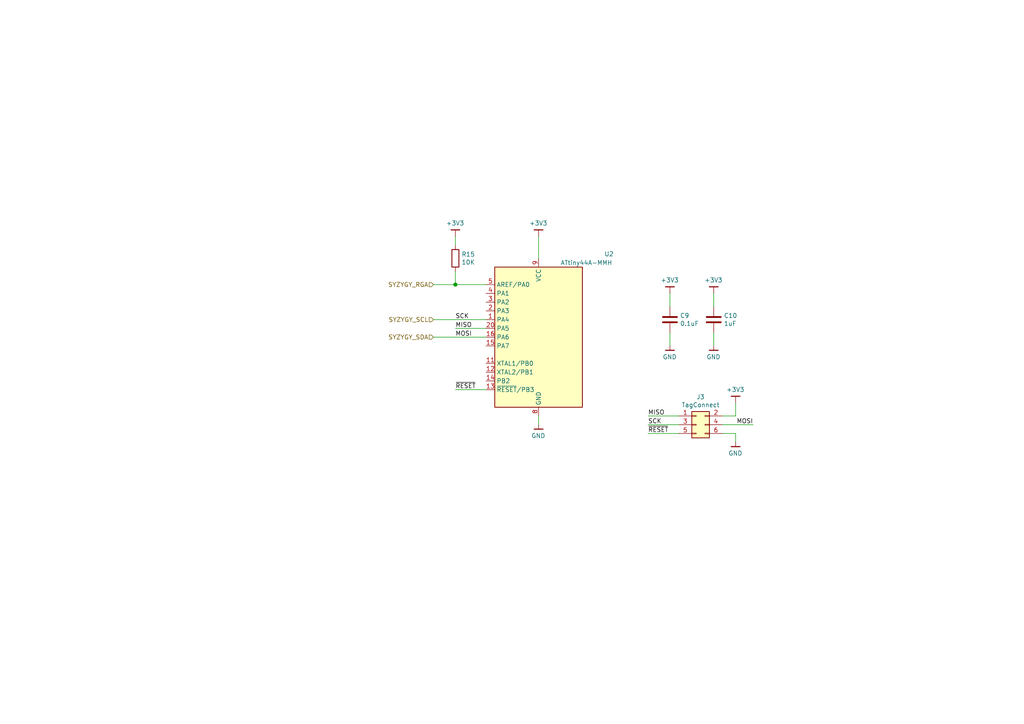
<source format=kicad_sch>
(kicad_sch (version 20230121) (generator eeschema)
  (paper "A4")
  (title_block (title "SYZYGY PMOD Breakout") (date "2020-12-16") (rev "r1.0") (company "GsD - @gregdavill") (comment 1 "SYZYGY Pod"))
  (lib_symbols
    (symbol "Connector_Generic:Conn_02x03_Odd_Even" (pin_names hide)
      (property "Reference" "J" (at 1.27 5.08 0))
      (property "Value" "Conn_02x03_Odd_Even" (at 1.27 -5.08 0))
      (symbol "Conn_02x03_Odd_Even_1_1"
        (rectangle (start -1.27 -2.413) (end 0 -2.667))
        (rectangle (start -1.27 0.127) (end 0 -0.127))
        (rectangle (start -1.27 2.667) (end 0 2.413))
        (rectangle (start -1.27 3.81) (end 3.81 -3.81) (stroke (width 0.254)) (fill (type background)))
        (rectangle (start 3.81 -2.413) (end 2.54 -2.667))
        (rectangle (start 3.81 0.127) (end 2.54 -0.127))
        (rectangle (start 3.81 2.667) (end 2.54 2.413))
        (pin passive line (at -5.08 2.54 0) (length 3.81) (name "Pin_1") (number "1"))
        (pin passive line (at 7.62 2.54 180) (length 3.81) (name "Pin_2") (number "2"))
        (pin passive line (at -5.08 0 0) (length 3.81) (name "Pin_3") (number "3"))
        (pin passive line (at 7.62 0 180) (length 3.81) (name "Pin_4") (number "4"))
        (pin passive line (at -5.08 -2.54 0) (length 3.81) (name "Pin_5") (number "5"))
        (pin passive line (at 7.62 -2.54 180) (length 3.81) (name "Pin_6") (number "6"))
      )
    )
    (symbol "Device:C" (pin_numbers hide) (pin_names (offset 0.254))
      (property "Reference" "C" (at 0.635 2.54 0))
      (property "Value" "C" (at 0.635 -2.54 0))
      (symbol "C_0_1"
        (polyline (pts (xy -2.032 -0.762) (xy 2.032 -0.762)) (stroke (width 0.508)))
        (polyline (pts (xy -2.032 0.762) (xy 2.032 0.762)) (stroke (width 0.508)))
      )
      (symbol "C_1_1"
        (pin passive line (at 0 3.81 270) (length 2.794) (name "~") (number "1"))
        (pin passive line (at 0 -3.81 90) (length 2.794) (name "~") (number "2"))
      )
    )
    (symbol "Device:R" (pin_numbers hide) (pin_names (offset 0))
      (property "Reference" "R" (at 2.032 0 90))
      (property "Value" "R" (at 0 0 90))
      (symbol "R_0_1"
        (rectangle (start -1.016 -2.54) (end 1.016 2.54) (stroke (width 0.254)))
      )
      (symbol "R_1_1"
        (pin passive line (at 0 3.81 270) (length 1.27) (name "~") (number "1"))
        (pin passive line (at 0 -3.81 90) (length 1.27) (name "~") (number "2"))
      )
    )
    (symbol "SyzygyLVDSPod-rescue:ATtiny44A-MMH-MCU_Microchip_ATtiny"
      (property "Reference" "U" (at -12.7 21.59 0))
      (property "Value" "ATtiny44A-MMH-MCU_Microchip_ATtiny" (at 2.54 -21.59 0))
      (symbol "ATtiny44A-MMH-MCU_Microchip_ATtiny_0_1"
        (rectangle (start -12.7 -20.32) (end 12.7 20.32) (stroke (width 0.254)) (fill (type background)))
      )
      (symbol "ATtiny44A-MMH-MCU_Microchip_ATtiny_1_1"
        (pin tri_state line (at 15.24 5.08 180) (length 2.54) (name "PA4") (number "1"))
        (pin no_connect line (at -12.7 -10.16 0) (length 2.54) hide (name "NC") (number "10"))
        (pin tri_state line (at 15.24 -7.62 180) (length 2.54) (name "XTAL1/PB0") (number "11"))
        (pin tri_state line (at 15.24 -10.16 180) (length 2.54) (name "XTAL2/PB1") (number "12"))
        (pin tri_state line (at 15.24 -15.24 180) (length 2.54) (name "~{RESET}/PB3") (number "13"))
        (pin tri_state line (at 15.24 -12.7 180) (length 2.54) (name "PB2") (number "14"))
        (pin tri_state line (at 15.24 -2.54 180) (length 2.54) (name "PA7") (number "15"))
        (pin tri_state line (at 15.24 0 180) (length 2.54) (name "PA6") (number "16"))
        (pin no_connect line (at -12.7 -12.7 0) (length 2.54) hide (name "NC") (number "17"))
        (pin no_connect line (at -12.7 -15.24 0) (length 2.54) hide (name "NC") (number "18"))
        (pin no_connect line (at -12.7 -17.78 0) (length 2.54) hide (name "NC") (number "19"))
        (pin tri_state line (at 15.24 7.62 180) (length 2.54) (name "PA3") (number "2"))
        (pin tri_state line (at 15.24 2.54 180) (length 2.54) (name "PA5") (number "20"))
        (pin passive line (at 0 -22.86 90) (length 2.54) hide (name "GND") (number "21"))
        (pin tri_state line (at 15.24 10.16 180) (length 2.54) (name "PA2") (number "3"))
        (pin tri_state line (at 15.24 12.7 180) (length 2.54) (name "PA1") (number "4"))
        (pin tri_state line (at 15.24 15.24 180) (length 2.54) (name "AREF/PA0") (number "5"))
        (pin no_connect line (at -12.7 -5.08 0) (length 2.54) hide (name "NC") (number "6"))
        (pin no_connect line (at -12.7 -7.62 0) (length 2.54) hide (name "NC") (number "7"))
        (pin power_in line (at 0 -22.86 90) (length 2.54) (name "GND") (number "8"))
        (pin power_in line (at 0 22.86 270) (length 2.54) (name "VCC") (number "9"))
      )
    )
    (symbol "gkl_power:+3V3" (power) (pin_names (offset 0))
      (property "Value" "+3V3" (at 0 3.556 0))
      (symbol "+3V3_0_1"
        (polyline (pts (xy -1.27 1.905) (xy 1.27 1.905)) (stroke (width 0.3048)))
        (polyline (pts (xy 0 0) (xy 0 1.905)))
      )
      (symbol "+3V3_1_1"
        (pin power_in line (at 0 0 90) (length 0) hide (name "+3V3") (number "1"))
      )
    )
    (symbol "gkl_power:GND" (power) (pin_names (offset 0))
      (property "Value" "GND" (at 0 -2.54 0))
      (symbol "GND_0_1"
        (polyline (pts (xy 0 -1.27) (xy 0 0)))
        (polyline (pts (xy 1.27 -1.27) (xy -1.27 -1.27)) (stroke (width 0.3048)))
      )
      (symbol "GND_1_1"
        (pin power_in line (at 0 0 270) (length 0) hide (name "GND") (number "1"))
      )
    )
  )
  (junction (at 132.08 82.55) (diameter 1.016))
  (wire (pts (xy 209.55 123.19) (xy 218.44 123.19)))
  (wire (pts (xy 187.96 120.65) (xy 196.85 120.65)))
  (wire (pts (xy 125.73 97.79) (xy 140.97 97.79)))
  (wire (pts (xy 207.01 96.52) (xy 207.01 100.33)))
  (wire (pts (xy 209.55 125.73) (xy 213.36 125.73)))
  (wire (pts (xy 156.21 68.58) (xy 156.21 74.93)))
  (wire (pts (xy 132.08 95.25) (xy 140.97 95.25)))
  (wire (pts (xy 132.08 82.55) (xy 132.08 78.74)))
  (wire (pts (xy 209.55 120.65) (xy 213.36 120.65)))
  (wire (pts (xy 187.96 125.73) (xy 196.85 125.73)))
  (wire (pts (xy 132.08 82.55) (xy 140.97 82.55)))
  (wire (pts (xy 194.31 85.09) (xy 194.31 88.9)))
  (wire (pts (xy 194.31 96.52) (xy 194.31 100.33)))
  (wire (pts (xy 213.36 120.65) (xy 213.36 116.84)))
  (wire (pts (xy 132.08 113.03) (xy 140.97 113.03)))
  (wire (pts (xy 156.21 120.65) (xy 156.21 123.19)))
  (wire (pts (xy 207.01 85.09) (xy 207.01 88.9)))
  (wire (pts (xy 213.36 128.27) (xy 213.36 125.73)))
  (wire (pts (xy 125.73 82.55) (xy 132.08 82.55)))
  (wire (pts (xy 132.08 71.12) (xy 132.08 68.58)))
  (wire (pts (xy 125.73 92.71) (xy 140.97 92.71)))
  (wire (pts (xy 187.96 123.19) (xy 196.85 123.19)))
  (label "MISO" (at 187.96 120.65 0))
  (label "SCK" (at 187.96 123.19 0))
  (label "SCK" (at 132.08 92.71 0))
  (label "~{RESET}" (at 132.08 113.03 0))
  (label "MISO" (at 132.08 95.25 0))
  (label "~{RESET}" (at 187.96 125.73 0))
  (label "MOSI" (at 218.44 123.19 180))
  (label "MOSI" (at 132.08 97.79 0))
  (hierarchical_label "SYZYGY_RGA" (shape input) (at 125.73 82.55 180))
  (hierarchical_label "SYZYGY_SCL" (shape input) (at 125.73 92.71 180))
  (hierarchical_label "SYZYGY_SDA" (shape input) (at 125.73 97.79 180))
  (symbol (lib_id "SyzygyLVDSPod-rescue:ATtiny44A-MMH-MCU_Microchip_ATtiny") (at 156.21 97.79 0) (mirror y) (unit 1)
    (property "Reference" "U2" (at 175.26 73.66 0) (effects (justify right)))
    (property "Value" "ATtiny44A-MMH" (at 162.56 76.2 0) (effects (justify right)))
    (property "Footprint" "Package_DFN_QFN:QFN-20-1EP_3x3mm_P0.45mm_EP1.6x1.6mm" (effects hide))
    (property "Datasheet" "http://ww1.microchip.com/downloads/en/DeviceDoc/doc8183.pdf" (effects hide))
    (property "Mfg" "Microchip Technology" (effects hide))
    (property "PN" "ATTINY44A-MMH" (effects hide))
  )
  (symbol (lib_id "gkl_power:+3V3") (at 156.21 68.58 0) (mirror y) (unit 1)
    (property "Reference" "#PWR027" (effects hide))
    (property "Value" "+3V3" (at 156.1338 64.7446 0))
  )
  (symbol (lib_id "gkl_power:GND") (at 156.21 123.19 0) (mirror y) (unit 1)
    (property "Reference" "#PWR028" (effects hide))
    (property "Value" "GND" (at 156.1338 126.3904 0))
  )
  (symbol (lib_id "Device:R") (at 132.08 74.93 0) (unit 1)
    (property "Reference" "R15" (at 133.858 73.7616 0) (effects (justify left)))
    (property "Value" "10K" (at 133.858 76.073 0) (effects (justify left)))
    (property "Footprint" "Resistor_SMD:R_0402_1005Metric" (effects hide))
    (property "Mfg" "Stackpole Electronics Inc" (effects hide))
    (property "PN" "RMCF0402FT10K0" (effects hide))
  )
  (symbol (lib_id "gkl_power:+3V3") (at 132.08 68.58 0) (mirror y) (unit 1)
    (property "Reference" "#PWR026" (effects hide))
    (property "Value" "+3V3" (at 132.0038 64.7446 0))
  )
  (symbol (lib_id "Connector_Generic:Conn_02x03_Odd_Even") (at 201.93 123.19 0) (unit 1)
    (property "Reference" "J3" (at 203.2 115.1382 0))
    (property "Value" "TagConnect" (at 203.2 117.4496 0))
    (property "Footprint" "pkl_tag_connect:TC2030-NL_SMALL" (effects hide))
  )
  (symbol (lib_id "gkl_power:+3V3") (at 194.31 85.09 0) (mirror y) (unit 1)
    (property "Reference" "#PWR029" (effects hide))
    (property "Value" "+3V3" (at 194.2338 81.2546 0))
  )
  (symbol (lib_id "gkl_power:GND") (at 194.31 100.33 0) (mirror y) (unit 1)
    (property "Reference" "#PWR030" (effects hide))
    (property "Value" "GND" (at 194.2338 103.5304 0))
  )
  (symbol (lib_id "Device:C") (at 194.31 92.71 0) (unit 1)
    (property "Reference" "C9" (at 197.231 91.5416 0) (effects (justify left)))
    (property "Value" "0.1uF" (at 197.231 93.853 0) (effects (justify left)))
    (property "Footprint" "Capacitor_SMD:C_0402_1005Metric" (effects hide))
    (property "PN" "CL05B104KP5NNNC" (effects hide))
    (property "Mfg" "Samsung Electro-Mechanics" (effects hide))
  )
  (symbol (lib_id "gkl_power:+3V3") (at 207.01 85.09 0) (mirror y) (unit 1)
    (property "Reference" "#PWR031" (effects hide))
    (property "Value" "+3V3" (at 206.9338 81.2546 0))
  )
  (symbol (lib_id "gkl_power:GND") (at 207.01 100.33 0) (mirror y) (unit 1)
    (property "Reference" "#PWR032" (effects hide))
    (property "Value" "GND" (at 206.9338 103.5304 0))
  )
  (symbol (lib_id "Device:C") (at 207.01 92.71 0) (unit 1)
    (property "Reference" "C10" (at 209.931 91.5416 0) (effects (justify left)))
    (property "Value" "1uF" (at 209.931 93.853 0) (effects (justify left)))
    (property "Footprint" "Capacitor_SMD:C_0402_1005Metric" (effects hide))
    (property "PN" "CL05A105KP5NNNC" (effects hide))
    (property "Mfg" "Samsung Electro-Mechanics" (effects hide))
  )
  (symbol (lib_id "gkl_power:GND") (at 213.36 128.27 0) (mirror y) (unit 1)
    (property "Reference" "#PWR034" (effects hide))
    (property "Value" "GND" (at 213.2838 131.4704 0))
  )
  (symbol (lib_id "gkl_power:+3V3") (at 213.36 116.84 0) (mirror y) (unit 1)
    (property "Reference" "#PWR033" (effects hide))
    (property "Value" "+3V3" (at 213.2838 113.0046 0))
  )
)
</source>
